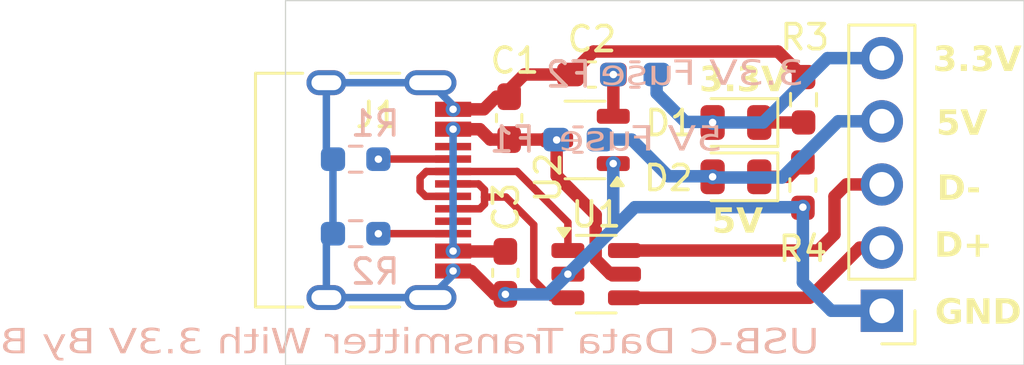
<source format=kicad_pcb>
(kicad_pcb (version 20240108) (generator "pcbnew") (generator_version "8.0")
  (layers (0 "F.Cu" signal) (31 "B.Cu" signal) (34 "B.Paste" user) (35 "F.Paste" user) (36 "B.SilkS" user "B.Silkscreen") (37 "F.SilkS" user "F.Silkscreen") (38 "B.Mask" user) (39 "F.Mask" user) (44 "Edge.Cuts" user))
  (net 0 "")
  (net 1 "GND")
  (net 2 "+5V")
  (net 3 "+3.3V")
  (net 4 "Net-(D1-K)")
  (net 5 "Net-(D2-K)")
  (net 6 "Net-(J1-D+-PadA6)")
  (net 7 "Net-(J1-CC1)")
  (net 9 "Net-(J1-D--PadA7)")
  (net 10 "Net-(J1-CC2)")
  (net 12 "D-")
  (net 13 "D+")
  (net 14 "Net-(D1-A)")
  (net 15 "Net-(D2-A)")
  (footprint "Capacitor_SMD:C_0603_1608Metric_Pad1.08x0.95mm_HandSolder" (layer "F.Cu") (at 43.815 48.26 90)
    (property "Reference" "C1" (at 2.3114 0.2286 0) (layer "F.SilkS"))
    (property "Value" "1uF" (hide yes))
    (fp_line (start -0.146267 -0.51) (end 0.146267 -0.51) (stroke (width 0.12)) (layer "F.SilkS"))
    (fp_line (start -0.146267 0.51) (end 0.146267 0.51) (stroke (width 0.12)) (layer "F.SilkS"))
    (pad "1" smd roundrect (at -0.8625 0 90) (size 1.075 0.95) (layers "F.Cu" "F.Paste" "F.Mask") (net 2 "+5V"))
    (pad "2" smd roundrect (at 0.8625 0 90) (size 1.075 0.95) (layers "F.Cu" "F.Paste" "F.Mask") (net 1 "GND"))
  )
  (footprint "Resistor_SMD:R_0603_1608Metric_Pad0.98x0.95mm_HandSolder" (layer "F.Cu") (at 55.6514 47.5215 90)
    (property "Reference" "R3" (at 2.5127 0.0508 180) (layer "F.SilkS"))
    (property "Value" "200" (hide yes))
    (fp_line (start -0.254724 -0.5225) (end 0.254724 -0.5225) (stroke (width 0.12)) (layer "F.SilkS"))
    (fp_line (start -0.254724 0.5225) (end 0.254724 0.5225) (stroke (width 0.12)) (layer "F.SilkS"))
    (pad "1" smd roundrect (at -0.9125 0 90) (size 0.975 0.95) (layers "F.Cu" "F.Paste" "F.Mask") (net 4 "Net-(D1-K)"))
    (pad "2" smd roundrect (at 0.9125 0 90) (size 0.975 0.95) (layers "F.Cu" "F.Paste" "F.Mask") (net 1 "GND"))
  )
  (footprint "Connector_PinHeader_2.54mm:PinHeader_1x05_P2.54mm_Vertical" (layer "F.Cu") (at 58.801 56.007 180)
    (property "Reference" "J2" (hide yes))
    (property "Value" "Conn_01x05" (hide yes))
    (fp_line (start 1.33 1.27) (end 1.33 11.49) (stroke (width 0.12)) (layer "F.SilkS"))
    (fp_line (start -1.33 11.49) (end 1.33 11.49) (stroke (width 0.12)) (layer "F.SilkS"))
    (fp_line (start -1.33 1.27) (end 1.33 1.27) (stroke (width 0.12)) (layer "F.SilkS"))
    (fp_line (start -1.33 1.27) (end -1.33 11.49) (stroke (width 0.12)) (layer "F.SilkS"))
    (fp_line (start -1.33 0) (end -1.33 -1.33) (stroke (width 0.12)) (layer "F.SilkS"))
    (fp_line (start -1.33 -1.33) (end 0 -1.33) (stroke (width 0.12)) (layer "F.SilkS"))
    (pad "1" thru_hole rect (at 0 0 180) (size 1.7 1.7) (drill 1) (layers "*.Cu" "*.Mask") (net 1 "GND"))
    (pad "2" thru_hole oval (at 0 2.54 180) (size 1.7 1.7) (drill 1) (layers "*.Cu" "*.Mask") (net 13 "D+"))
    (pad "3" thru_hole oval (at 0 5.08 180) (size 1.7 1.7) (drill 1) (layers "*.Cu" "*.Mask") (net 12 "D-"))
    (pad "4" thru_hole oval (at 0 7.62 180) (size 1.7 1.7) (drill 1) (layers "*.Cu" "*.Mask") (net 15 "Net-(D2-A)"))
    (pad "5" thru_hole oval (at 0 10.16 180) (size 1.7 1.7) (drill 1) (layers "*.Cu" "*.Mask") (net 14 "Net-(D1-A)"))
  )
  (footprint "Package_TO_SOT_SMD:SOT-23-3" (layer "F.Cu") (at 46.863 49.1377 180)
    (property "Reference" "U2" (at 1.4787 -1.5138 -90) (layer "F.SilkS"))
    (property "Value" "XC6206" (hide yes))
    (fp_line (start 0 1.56) (end 0.8 1.56) (stroke (width 0.12)) (layer "F.SilkS"))
    (fp_line (start 0 1.56) (end -0.8 1.56) (stroke (width 0.12)) (layer "F.SilkS"))
    (fp_line (start 0 -1.56) (end 0.8 -1.56) (stroke (width 0.12)) (layer "F.SilkS"))
    (fp_line (start 0 -1.56) (end -0.8 -1.56) (stroke (width 0.12)) (layer "F.SilkS"))
    (fp_poly (pts (xy -1.3 -1.51) (xy -1.54 -1.84) (xy -1.06 -1.84) (xy -1.3 -1.51)) (stroke (width 0.12)) (fill solid) (layer "F.SilkS"))
    (pad "1" smd roundrect (at -1.1375 -0.95 180) (size 1.325 0.6) (layers "F.Cu" "F.Paste" "F.Mask") (net 1 "GND"))
    (pad "2" smd roundrect (at -1.1375 0.95 180) (size 1.325 0.6) (layers "F.Cu" "F.Paste" "F.Mask") (net 3 "+3.3V"))
    (pad "3" smd roundrect (at 1.1375 0 180) (size 1.325 0.6) (layers "F.Cu" "F.Paste" "F.Mask") (net 2 "+5V"))
  )
  (footprint "Package_TO_SOT_SMD:SOT-23-6" (layer "F.Cu") (at 47.3147 54.5338)
    (property "Reference" "U1" (at 0 -2.4 0) (layer "F.SilkS"))
    (property "Value" "USBLC6-2SC6" (hide yes))
    (fp_line (start 0 -1.56) (end -0.8 -1.56) (stroke (width 0.12)) (layer "F.SilkS"))
    (fp_line (start 0 -1.56) (end 0.8 -1.56) (stroke (width 0.12)) (layer "F.SilkS"))
    (fp_line (start 0 1.56) (end -0.8 1.56) (stroke (width 0.12)) (layer "F.SilkS"))
    (fp_line (start 0 1.56) (end 0.8 1.56) (stroke (width 0.12)) (layer "F.SilkS"))
    (fp_poly (pts (xy -1.3 -1.51) (xy -1.54 -1.84) (xy -1.06 -1.84) (xy -1.3 -1.51)) (stroke (width 0.12)) (fill solid) (layer "F.SilkS"))
    (pad "1" smd roundrect (at -1.1375 -0.95) (size 1.325 0.6) (layers "F.Cu" "F.Paste" "F.Mask") (net 9 "Net-(J1-D--PadA7)"))
    (pad "2" smd roundrect (at -1.1375 0) (size 1.325 0.6) (layers "F.Cu" "F.Paste" "F.Mask") (net 1 "GND"))
    (pad "3" smd roundrect (at -1.1375 0.95) (size 1.325 0.6) (layers "F.Cu" "F.Paste" "F.Mask") (net 6 "Net-(J1-D+-PadA6)"))
    (pad "4" smd roundrect (at 1.1375 0.95) (size 1.325 0.6) (layers "F.Cu" "F.Paste" "F.Mask") (net 13 "D+"))
    (pad "5" smd roundrect (at 1.1375 0) (size 1.325 0.6) (layers "F.Cu" "F.Paste" "F.Mask") (net 2 "+5V"))
    (pad "6" smd roundrect (at 1.1375 -0.95) (size 1.325 0.6) (layers "F.Cu" "F.Paste" "F.Mask") (net 12 "D-"))
  )
  (footprint "LED_SMD:LED_0805_2012Metric" (layer "F.Cu") (at 52.9336 50.6203 180)
    (property "Reference" "D2" (at 2.7178 -0.0508 0) (layer "F.SilkS"))
    (property "Value" "LED" (hide yes))
    (fp_line (start 1 -0.96) (end -1.685 -0.96) (stroke (width 0.12)) (layer "F.SilkS"))
    (fp_line (start -1.685 0.96) (end 1 0.96) (stroke (width 0.12)) (layer "F.SilkS"))
    (fp_line (start -1.685 -0.96) (end -1.685 0.96) (stroke (width 0.12)) (layer "F.SilkS"))
    (pad "1" smd roundrect (at -0.9375 0 180) (size 0.975 1.4) (layers "F.Cu" "F.Paste" "F.Mask") (net 5 "Net-(D2-K)"))
    (pad "2" smd roundrect (at 0.9375 0 180) (size 0.975 1.4) (layers "F.Cu" "F.Paste" "F.Mask") (net 15 "Net-(D2-A)"))
  )
  (footprint "LED_SMD:LED_0805_2012Metric" (layer "F.Cu") (at 52.9336 48.4359 180)
    (property "Reference" "D1" (at 2.667 -0.0254 0) (layer "F.SilkS"))
    (property "Value" "LED" (hide yes))
    (fp_line (start 1 -0.96) (end -1.685 -0.96) (stroke (width 0.12)) (layer "F.SilkS"))
    (fp_line (start -1.685 0.96) (end 1 0.96) (stroke (width 0.12)) (layer "F.SilkS"))
    (fp_line (start -1.685 -0.96) (end -1.685 0.96) (stroke (width 0.12)) (layer "F.SilkS"))
    (pad "1" smd roundrect (at -0.9375 0 180) (size 0.975 1.4) (layers "F.Cu" "F.Paste" "F.Mask") (net 4 "Net-(D1-K)"))
    (pad "2" smd roundrect (at 0.9375 0 180) (size 0.975 1.4) (layers "F.Cu" "F.Paste" "F.Mask") (net 14 "Net-(D1-A)"))
  )
  (footprint "Capacitor_SMD:C_0603_1608Metric_Pad1.08x0.95mm_HandSolder" (layer "F.Cu") (at 43.6626 54.483 -90)
    (property "Reference" "C3" (at -2.6416 -0.0254 90) (layer "F.SilkS"))
    (property "Value" "22uF" (hide yes))
    (fp_line (start -0.146267 0.51) (end 0.146267 0.51) (stroke (width 0.12)) (layer "F.SilkS"))
    (fp_line (start -0.146267 -0.51) (end 0.146267 -0.51) (stroke (width 0.12)) (layer "F.SilkS"))
    (pad "1" smd roundrect (at -0.8625 0 270) (size 1.075 0.95) (layers "F.Cu" "F.Paste" "F.Mask") (net 2 "+5V"))
    (pad "2" smd roundrect (at 0.8625 0 270) (size 1.075 0.95) (layers "F.Cu" "F.Paste" "F.Mask") (net 1 "GND"))
  )
  (footprint "Resistor_SMD:R_0603_1608Metric_Pad0.98x0.95mm_HandSolder" (layer "F.Cu") (at 55.626 50.9524 -90)
    (property "Reference" "R4" (at 2.5654 0 180) (layer "F.SilkS"))
    (property "Value" "250" (hide yes))
    (fp_line (start -0.254724 0.5225) (end 0.254724 0.5225) (stroke (width 0.12)) (layer "F.SilkS"))
    (fp_line (start -0.254724 -0.5225) (end 0.254724 -0.5225) (stroke (width 0.12)) (layer "F.SilkS"))
    (pad "1" smd roundrect (at -0.9125 0 270) (size 0.975 0.95) (layers "F.Cu" "F.Paste" "F.Mask") (net 5 "Net-(D2-K)"))
    (pad "2" smd roundrect (at 0.9125 0 270) (size 0.975 0.95) (layers "F.Cu" "F.Paste" "F.Mask") (net 1 "GND"))
  )
  (footprint "Connector_USB:USB_C_Receptacle_HRO_TYPE-C-31-M-12" (layer "F.Cu") (at 37.5158 51.1556 -90)
    (property "Reference" "J1" (at -3.0226 -0.9906 180) (layer "F.SilkS"))
    (property "Value" "USB_C_Receptacle_USB2.0_16P" (hide yes))
    (fp_line (start -4.7 3.9) (end 4.7 3.9) (stroke (width 0.12)) (layer "F.SilkS"))
    (fp_line (start -4.7 2) (end -4.7 3.9) (stroke (width 0.12)) (layer "F.SilkS"))
    (fp_line (start 4.7 2) (end 4.7 3.9) (stroke (width 0.12)) (layer "F.SilkS"))
    (fp_line (start -4.7 -1.9) (end -4.7 0.1) (stroke (width 0.12)) (layer "F.SilkS"))
    (fp_line (start 4.7 -1.9) (end 4.7 0.1) (stroke (width 0.12)) (layer "F.SilkS"))
    (pad "" np_thru_hole circle (at -2.89 -2.6 270) (size 0.65 0.65) (drill 0.65) (layers "*.Cu" "*.Mask"))
    (pad "" np_thru_hole circle (at 2.89 -2.6 270) (size 0.65 0.65) (drill 0.65) (layers "*.Cu" "*.Mask"))
    (pad "A1" smd rect (at -3.25 -4.045 270) (size 0.6 1.45) (layers "F.Cu" "F.Paste" "F.Mask") (net 1 "GND"))
    (pad "A4" smd rect (at -2.45 -4.045 270) (size 0.6 1.45) (layers "F.Cu" "F.Paste" "F.Mask") (net 2 "+5V"))
    (pad "A5" smd rect (at -1.25 -4.045 270) (size 0.3 1.45) (layers "F.Cu" "F.Paste" "F.Mask") (net 7 "Net-(J1-CC1)"))
    (pad "A6" smd rect (at -0.25 -4.045 270) (size 0.3 1.45) (layers "F.Cu" "F.Paste" "F.Mask") (net 6 "Net-(J1-D+-PadA6)"))
    (pad "A7" smd rect (at 0.25 -4.045 270) (size 0.3 1.45) (layers "F.Cu" "F.Paste" "F.Mask") (net 9 "Net-(J1-D--PadA7)"))
    (pad "A8" smd rect (at 1.25 -4.045 270) (size 0.3 1.45) (layers "F.Cu" "F.Paste" "F.Mask"))
    (pad "A9" smd rect (at 2.45 -4.045 270) (size 0.6 1.45) (layers "F.Cu" "F.Paste" "F.Mask") (net 2 "+5V"))
    (pad "A12" smd rect (at 3.25 -4.045 270) (size 0.6 1.45) (layers "F.Cu" "F.Paste" "F.Mask") (net 1 "GND"))
    (pad "B1" smd rect (at 3.25 -4.045 270) (size 0.6 1.45) (layers "F.Cu" "F.Paste" "F.Mask") (net 1 "GND"))
    (pad "B4" smd rect (at 2.45 -4.045 270) (size 0.6 1.45) (layers "F.Cu" "F.Paste" "F.Mask") (net 2 "+5V"))
    (pad "B5" smd rect (at 1.75 -4.045 270) (size 0.3 1.45) (layers "F.Cu" "F.Paste" "F.Mask") (net 10 "Net-(J1-CC2)"))
    (pad "B6" smd rect (at 0.75 -4.045 270) (size 0.3 1.45) (layers "F.Cu" "F.Paste" "F.Mask") (net 6 "Net-(J1-D+-PadA6)"))
    (pad "B7" smd rect (at -0.75 -4.045 270) (size 0.3 1.45) (layers "F.Cu" "F.Paste" "F.Mask") (net 9 "Net-(J1-D--PadA7)"))
    (pad "B8" smd rect (at -1.75 -4.045 270) (size 0.3 1.45) (layers "F.Cu" "F.Paste" "F.Mask"))
    (pad "B9" smd rect (at -2.45 -4.045 270) (size 0.6 1.45) (layers "F.Cu" "F.Paste" "F.Mask") (net 2 "+5V"))
    (pad "B12" smd rect (at -3.25 -4.045 270) (size 0.6 1.45) (layers "F.Cu" "F.Paste" "F.Mask") (net 1 "GND"))
    (pad "S1" thru_hole oval (at -4.32 -3.13 270) (size 1 2.1) (drill oval 0.6 1.7) (property pad_prop_heatsink) (layers "*.Cu" "*.Mask") (net 1 "GND"))
    (pad "S1" thru_hole oval (at -4.32 1.05 270) (size 1 1.6) (drill oval 0.6 1.2) (property pad_prop_heatsink) (layers "*.Cu" "*.Mask") (net 1 "GND"))
    (pad "S1" thru_hole oval (at 4.32 -3.13 270) (size 1 2.1) (drill oval 0.6 1.7) (property pad_prop_heatsink) (layers "*.Cu" "*.Mask") (net 1 "GND"))
    (pad "S1" thru_hole oval (at 4.32 1.05 270) (size 1 1.6) (drill oval 0.6 1.2) (property pad_prop_heatsink) (layers "*.Cu" "*.Mask") (net 1 "GND"))
  )
  (footprint "Capacitor_SMD:C_0603_1608Metric_Pad1.08x0.95mm_HandSolder" (layer "F.Cu") (at 47.1424 46.5074 180)
    (property "Reference" "C2" (at 0 1.4224 0) (layer "F.SilkS"))
    (property "Value" "1uF" (hide yes))
    (fp_line (start -0.146267 0.51) (end 0.146267 0.51) (stroke (width 0.12)) (layer "F.SilkS"))
    (fp_line (start -0.146267 -0.51) (end 0.146267 -0.51) (stroke (width 0.12)) (layer "F.SilkS"))
    (pad "1" smd roundrect (at -0.8625 0 180) (size 1.075 0.95) (layers "F.Cu" "F.Paste" "F.Mask") (net 3 "+3.3V"))
    (pad "2" smd roundrect (at 0.8625 0 180) (size 1.075 0.95) (layers "F.Cu" "F.Paste" "F.Mask") (net 1 "GND"))
  )
  (footprint "Resistor_SMD:R_0603_1608Metric_Pad0.98x0.95mm_HandSolder" (layer "B.Cu") (at 37.6428 52.9082 180)
    (property "Reference" "R2" (at -0.7874 -1.524 0) (layer "B.SilkS") (effects (justify mirror)))
    (property "Value" "5k1" (hide yes))
    (fp_line (start 0.254724 0.5225) (end -0.254724 0.5225) (stroke (width 0.12)) (layer "B.SilkS"))
    (fp_line (start 0.254724 -0.5225) (end -0.254724 -0.5225) (stroke (width 0.12)) (layer "B.SilkS"))
    (pad "1" smd roundrect (at -0.9125 0 180) (size 0.975 0.95) (layers "B.Cu" "B.Paste" "B.Mask") (net 10 "Net-(J1-CC2)"))
    (pad "2" smd roundrect (at 0.9125 0 180) (size 0.975 0.95) (layers "B.Cu" "B.Paste" "B.Mask") (net 1 "GND"))
  )
  (footprint "Fuse:Fuse_0603_1608Metric_Pad1.05x0.95mm_HandSolder" (layer "B.Cu") (at 46.5836 49.1236 180)
    (property "Reference" "F1" (at 2.6416 0 0) (layer "B.SilkS") (effects (justify mirror)))
    (property "Value" "Fuse" (hide yes))
    (fp_line (start 0.171267 0.51) (end -0.171267 0.51) (stroke (width 0.12)) (layer "B.SilkS"))
    (fp_line (start 0.171267 -0.51) (end -0.171267 -0.51) (stroke (width 0.12)) (layer "B.SilkS"))
    (pad "1" smd roundrect (at -0.875 0 180) (size 1.05 0.95) (layers "B.Cu" "B.Paste" "B.Mask") (net 15 "Net-(D2-A)"))
    (pad "2" smd roundrect (at 0.875 0 180) (size 1.05 0.95) (layers "B.Cu" "B.Paste" "B.Mask") (net 2 "+5V"))
  )
  (footprint "Fuse:Fuse_0603_1608Metric_Pad1.05x0.95mm_HandSolder" (layer "B.Cu") (at 48.8696 46.5074 180)
    (property "Reference" "F2" (at 2.667 0 0) (layer "B.SilkS") (effects (justify mirror)))
    (property "Value" "Fuse" (hide yes))
    (fp_line (start 0.171267 0.51) (end -0.171267 0.51) (stroke (width 0.12)) (layer "B.SilkS"))
    (fp_line (start 0.171267 -0.51) (end -0.171267 -0.51) (stroke (width 0.12)) (layer "B.SilkS"))
    (pad "1" smd roundrect (at -0.875 0 180) (size 1.05 0.95) (layers "B.Cu" "B.Paste" "B.Mask") (net 14 "Net-(D1-A)"))
    (pad "2" smd roundrect (at 0.875 0 180) (size 1.05 0.95) (layers "B.Cu" "B.Paste" "B.Mask") (net 3 "+3.3V"))
  )
  (footprint "Resistor_SMD:R_0603_1608Metric_Pad0.98x0.95mm_HandSolder" (layer "B.Cu") (at 37.6447 49.911 180)
    (property "Reference" "R1" (at -0.7874 1.43 0) (layer "B.SilkS") (effects (justify mirror)))
    (property "Value" "5k1" (hide yes))
    (fp_line (start 0.254724 0.5225) (end -0.254724 0.5225) (stroke (width 0.12)) (layer "B.SilkS"))
    (fp_line (start 0.254724 -0.5225) (end -0.254724 -0.5225) (stroke (width 0.12)) (layer "B.SilkS"))
    (pad "1" smd roundrect (at -0.9125 0 180) (size 0.975 0.95) (layers "B.Cu" "B.Paste" "B.Mask") (net 7 "Net-(J1-CC1)"))
    (pad "2" smd roundrect (at 0.9125 0 180) (size 0.975 0.95) (layers "B.Cu" "B.Paste" "B.Mask") (net 1 "GND"))
  )
  (gr_rect (start 34.8234 43.5356) (end 64.516 58.1914) (stroke (width 0.05)) (fill none) (layer "Edge.Cuts"))
  (gr_text "3.3V Fuse" (at 55.6768 47.0916 0) (layer "B.SilkS") (effects (font (size 1 1.2) (thickness 0.1)) (justify left bottom mirror)))
  (gr_text "5V Fuse" (at 52.4002 49.7332 0) (layer "B.SilkS") (effects (font (size 1 1.2) (thickness 0.1)) (justify left bottom mirror)))
  (gr_text "USB-C Data Transmitter With 3.3V By B" (at 56.2864 57.8866 0) (layer "B.SilkS") (effects (font (size 1 1.2) (thickness 0.1)) (justify left bottom mirror)))
  (gr_text "D-" (at 61.0108 51.7144 0) (layer "F.SilkS") (effects (font (size 1 1) (thickness 0.25) (bold yes)) (justify left bottom)))
  (gr_text "3.3V" (at 51.4604 47.3456 0) (layer "F.SilkS") (effects (font (size 1 1) (thickness 0.25) (bold yes)) (justify left bottom)))
  (gr_text "3.3V" (at 60.8584 46.5328 0) (layer "F.SilkS") (effects (font (size 1 1) (thickness 0.25) (bold yes)) (justify left bottom)))
  (gr_text "5V" (at 60.9854 49.0982 0) (layer "F.SilkS") (effects (font (size 1 1) (thickness 0.25) (bold yes)) (justify left bottom)))
  (gr_text "5V" (at 51.9684 53.0352 0) (layer "F.SilkS") (effects (font (size 1 1) (thickness 0.25) (bold yes)) (justify left bottom)))
  (gr_text "D+" (at 60.9092 54.0004 0) (layer "F.SilkS") (effects (font (size 1 1) (thickness 0.25) (bold yes)) (justify left bottom)))
  (gr_text "GND" (at 60.9346 56.6928 0) (layer "F.SilkS") (effects (font (size 1 1) (thickness 0.25) (bold yes)) (justify left bottom)))
  (segment (start 43.815 47.3975) (end 43.815 47.117) (width 0.5) (layer "F.Cu") (net 1))
  (segment (start 43.815 47.117) (end 44.4246 46.5074) (width 0.5) (layer "F.Cu") (net 1))
  (segment (start 43.815 47.3975) (end 43.3059 47.3975) (width 0.5) (layer "F.Cu") (net 1))
  (segment (start 42.2898 54.4056) (end 41.5608 54.4056) (width 0.5) (layer "F.Cu") (net 1))
  (segment (start 44.4246 46.5074) (end 46.2799 46.5074) (width 0.5) (layer "F.Cu") (net 1))
  (segment (start 43.6626 55.3455) (end 43.2297 55.3455) (width 0.5) (layer "F.Cu") (net 1))
  (segment (start 43.3059 47.3975) (end 42.7978 47.9056) (width 0.5) (layer "F.Cu") (net 1))
  (segment (start 54.6248 45.5824) (end 47.2049 45.5824) (width 0.5) (layer "F.Cu") (net 1))
  (segment (start 42.7978 47.9056) (end 41.5608 47.9056) (width 0.5) (layer "F.Cu") (net 1))
  (segment (start 55.6514 46.609) (end 54.6248 45.5824) (width 0.5) (layer "F.Cu") (net 1))
  (segment (start 43.2297 55.3455) (end 42.2898 54.4056) (width 0.5) (layer "F.Cu") (net 1))
  (segment (start 55.626 51.8649) (end 55.626 51.8414) (width 0.5) (layer "F.Cu") (net 1))
  (segment (start 47.2049 45.5824) (end 46.2799 46.5074) (width 0.5) (layer "F.Cu") (net 1))
  (via (at 43.6626 55.3455) (size 0.6) (drill 0.3) (layers "F.Cu" "B.Cu") (net 1))
  (via (at 48.0005 50.0877) (size 0.6) (drill 0.3) (layers "F.Cu" "B.Cu") (net 1))
  (via (at 41.5608 47.9056) (size 0.6) (drill 0.3) (layers "F.Cu" "B.Cu") (net 1))
  (via (at 41.5608 54.4056) (size 0.6) (drill 0.3) (layers "F.Cu" "B.Cu") (net 1))
  (via (at 55.626 51.8414) (size 0.6) (drill 0.3) (layers "F.Cu" "B.Cu") (net 1))
  (via (at 46.1772 54.5338) (size 0.6) (drill 0.3) (layers "F.Cu" "B.Cu") (net 1))
  (segment (start 36.4658 49.6446) (end 36.7322 49.911) (width 0.3) (layer "B.Cu") (net 1))
  (segment (start 45.3655 55.3455) (end 46.1772 54.5338) (width 0.5) (layer "B.Cu") (net 1))
  (segment (start 48.0005 52.7105) (end 48.0005 50.0877) (width 0.5) (layer "B.Cu") (net 1))
  (segment (start 55.626 51.8414) (end 55.626 54.864) (width 0.5) (layer "B.Cu") (net 1))
  (segment (start 43.6626 55.3455) (end 45.3655 55.3455) (width 0.5) (layer "B.Cu") (net 1))
  (segment (start 55.626 51.8414) (end 48.8696 51.8414) (width 0.5) (layer "B.Cu") (net 1))
  (segment (start 36.7303 49.9129) (end 36.7322 49.911) (width 0.3) (layer "B.Cu") (net 1))
  (segment (start 36.4658 53.1727) (end 36.7303 52.9082) (width 0.3) (layer "B.Cu") (net 1))
  (segment (start 40.6458 55.4756) (end 41.5608 54.5606) (width 0.3) (layer "B.Cu") (net 1))
  (segment (start 48.8696 51.8414) (end 48.0005 52.7105) (width 0.5) (layer "B.Cu") (net 1))
  (segment (start 36.4658 55.4756) (end 36.4658 53.1727) (width 0.3) (layer "B.Cu") (net 1))
  (segment (start 56.769 56.007) (end 58.801 56.007) (width 0.5) (layer "B.Cu") (net 1))
  (segment (start 40.6458 46.8356) (end 41.5608 47.7506) (width 0.3) (layer "B.Cu") (net 1))
  (segment (start 46.1772 54.5338) (end 48.0005 52.7105) (width 0.5) (layer "B.Cu") (net 1))
  (segment (start 41.5608 54.5606) (end 41.5608 54.4056) (width 0.3) (layer "B.Cu") (net 1))
  (segment (start 36.4658 46.8356) (end 40.6458 46.8356) (width 0.3) (layer "B.Cu") (net 1))
  (segment (start 36.4658 46.8356) (end 36.4658 49.6446) (width 0.3) (layer "B.Cu") (net 1))
  (segment (start 41.5608 47.7506) (end 41.5608 47.9056) (width 0.3) (layer "B.Cu") (net 1))
  (segment (start 36.4658 55.4756) (end 40.6458 55.4756) (width 0.3) (layer "B.Cu") (net 1))
  (segment (start 55.626 54.864) (end 56.769 56.007) (width 0.5) (layer "B.Cu") (net 1))
  (segment (start 36.7303 52.9082) (end 36.7303 49.9129) (width 0.3) (layer "B.Cu") (net 1))
  (segment (start 41.5757 53.6205) (end 41.5608 53.6056) (width 0.5) (layer "F.Cu") (net 2))
  (segment (start 47.887016 54.5338) (end 47.2948 53.941584) (width 0.5) (layer "F.Cu") (net 2))
  (segment (start 47.2948 52.1462) (end 45.7255 50.5769) (width 0.5) (layer "F.Cu") (net 2))
  (segment (start 42.635 48.7056) (end 41.5608 48.7056) (width 0.5) (layer "F.Cu") (net 2))
  (segment (start 43.0519 49.1225) (end 42.635 48.7056) (width 0.5) (layer "F.Cu") (net 2))
  (segment (start 43.815 49.1225) (end 43.0519 49.1225) (width 0.5) (layer "F.Cu") (net 2))
  (segment (start 43.815 49.1225) (end 45.7103 49.1225) (width 0.5) (layer "F.Cu") (net 2))
  (segment (start 45.7103 49.1225) (end 45.7255 49.1377) (width 0.5) (layer "F.Cu") (net 2))
  (segment (start 48.4522 54.5338) (end 47.887016 54.5338) (width 0.5) (layer "F.Cu") (net 2))
  (segment (start 43.6626 53.6205) (end 41.5757 53.6205) (width 0.5) (layer "F.Cu") (net 2))
  (segment (start 45.7255 50.5769) (end 45.7255 49.1377) (width 0.5) (layer "F.Cu") (net 2))
  (segment (start 47.2948 53.941584) (end 47.2948 52.1462) (width 0.5) (layer "F.Cu") (net 2))
  (via (at 45.7255 49.1377) (size 0.6) (drill 0.3) (layers "F.Cu" "B.Cu") (net 2))
  (via (at 41.5608 48.7056) (size 0.6) (drill 0.3) (layers "F.Cu" "B.Cu") (net 2))
  (via (at 41.5608 53.6056) (size 0.6) (drill 0.3) (layers "F.Cu" "B.Cu") (net 2))
  (segment (start 45.7114 49.1236) (end 45.7255 49.1377) (width 0.3) (layer "B.Cu") (net 2))
  (segment (start 45.6832 49.1236) (end 45.7114 49.1236) (width 0.3) (layer "B.Cu") (net 2))
  (segment (start 41.5608 48.7056) (end 41.5608 53.6056) (width 0.3) (layer "B.Cu") (net 2))
  (segment (start 48.0049 46.5074) (end 48.0049 48.1833) (width 0.5) (layer "F.Cu") (net 3))
  (segment (start 48.0049 48.1833) (end 48.0005 48.1877) (width 0.5) (layer "F.Cu") (net 3))
  (via (at 48.0049 46.5074) (size 0.6) (drill 0.3) (layers "F.Cu" "B.Cu") (net 3))
  (segment (start 48.0086 46.5074) (end 48.0049 46.5074) (width 0.3) (layer "B.Cu") (net 3))
  (segment (start 53.8711 48.4359) (end 55.6495 48.4359) (width 0.5) (layer "F.Cu") (net 4))
  (segment (start 55.6495 48.4359) (end 55.6514 48.434) (width 0.5) (layer "F.Cu") (net 4))
  (segment (start 55.0456 50.6203) (end 55.626 50.0399) (width 0.5) (layer "F.Cu") (net 5))
  (segment (start 53.8711 50.6203) (end 55.0456 50.6203) (width 0.5) (layer "F.Cu") (net 5))
  (segment (start 43.688 51.435) (end 42.8244 51.435) (width 0.3) (layer "F.Cu") (net 6))
  (segment (start 41.5608 50.9056) (end 42.5858 50.9056) (width 0.3) (layer "F.Cu") (net 6))
  (segment (start 44.8056 54.774699) (end 44.8056 52.5526) (width 0.3) (layer "F.Cu") (net 6))
  (segment (start 42.5858 50.9056) (end 42.8244 51.1442) (width 0.3) (layer "F.Cu") (net 6))
  (segment (start 45.514701 55.4838) (end 44.8056 54.774699) (width 0.3) (layer "F.Cu") (net 6))
  (segment (start 46.1772 55.4838) (end 45.514701 55.4838) (width 0.3) (layer "F.Cu") (net 6))
  (segment (start 42.8244 51.717) (end 42.6358 51.9056) (width 0.3) (layer "F.Cu") (net 6))
  (segment (start 42.8244 51.435) (end 42.8244 51.717) (width 0.3) (layer "F.Cu") (net 6))
  (segment (start 42.8244 51.1442) (end 42.8244 51.435) (width 0.3) (layer "F.Cu") (net 6))
  (segment (start 44.8056 52.5526) (end 43.688 51.435) (width 0.3) (layer "F.Cu") (net 6))
  (segment (start 42.6358 51.9056) (end 41.5608 51.9056) (width 0.3) (layer "F.Cu") (net 6))
  (segment (start 38.5626 49.9056) (end 38.5572 49.911) (width 0.3) (layer "F.Cu") (net 7))
  (segment (start 41.5608 49.9056) (end 38.5626 49.9056) (width 0.3) (layer "F.Cu") (net 7))
  (via (at 38.5572 49.911) (size 0.6) (drill 0.3) (layers "F.Cu" "B.Cu") (net 7))
  (segment (start 46.1772 52.451) (end 46.1772 53.5838) (width 0.3) (layer "F.Cu") (net 9))
  (segment (start 40.4858 50.4056) (end 40.2336 50.6578) (width 0.3) (layer "F.Cu") (net 9))
  (segment (start 40.4582 51.4056) (end 41.5608 51.4056) (width 0.3) (layer "F.Cu") (net 9))
  (segment (start 40.2336 50.6578) (end 40.2336 51.181) (width 0.3) (layer "F.Cu") (net 9))
  (segment (start 44.1318 50.4056) (end 46.1772 52.451) (width 0.3) (layer "F.Cu") (net 9))
  (segment (start 40.2336 51.181) (end 40.4582 51.4056) (width 0.3) (layer "F.Cu") (net 9))
  (segment (start 41.5608 50.4056) (end 40.4858 50.4056) (width 0.3) (layer "F.Cu") (net 9))
  (segment (start 41.5608 50.4056) (end 44.1318 50.4056) (width 0.3) (layer "F.Cu") (net 9))
  (segment (start 41.5608 52.9056) (end 38.5579 52.9056) (width 0.3) (layer "F.Cu") (net 10))
  (segment (start 38.5579 52.9056) (end 38.5553 52.9082) (width 0.3) (layer "F.Cu") (net 10))
  (via (at 38.5553 52.9082) (size 0.6) (drill 0.3) (layers "F.Cu" "B.Cu") (net 10))
  (segment (start 56.896 52.9336) (end 56.896 51.4096) (width 0.5) (layer "F.Cu") (net 12))
  (segment (start 48.4522 53.5838) (end 56.2458 53.5838) (width 0.5) (layer "F.Cu") (net 12))
  (segment (start 57.3786 50.927) (end 58.801 50.927) (width 0.5) (layer "F.Cu") (net 12))
  (segment (start 56.896 51.4096) (end 57.3786 50.927) (width 0.5) (layer "F.Cu") (net 12))
  (segment (start 56.2458 53.5838) (end 56.896 52.9336) (width 0.5) (layer "F.Cu") (net 12))
  (segment (start 55.8952 55.4838) (end 57.912 53.467) (width 0.5) (layer "F.Cu") (net 13))
  (segment (start 48.4522 55.4838) (end 55.8952 55.4838) (width 0.5) (layer "F.Cu") (net 13))
  (segment (start 57.912 53.467) (end 58.801 53.467) (width 0.5) (layer "F.Cu") (net 13))
  (via (at 51.9961 48.4359) (size 0.6) (drill 0.3) (layers "F.Cu" "B.Cu") (net 14))
  (segment (start 50.9016 48.4124) (end 51.9726 48.4124) (width 0.5) (layer "B.Cu") (net 14))
  (segment (start 51.9961 48.4359) (end 54.0277 48.4359) (width 0.5) (layer "B.Cu") (net 14))
  (segment (start 56.6166 45.847) (end 58.801 45.847) (width 0.5) (layer "B.Cu") (net 14))
  (segment (start 49.7446 47.2554) (end 50.9016 48.4124) (width 0.5) (layer "B.Cu") (net 14))
  (segment (start 49.7446 46.5074) (end 49.7446 47.2554) (width 0.5) (layer "B.Cu") (net 14))
  (segment (start 54.0277 48.4359) (end 56.6166 45.847) (width 0.5) (layer "B.Cu") (net 14))
  (segment (start 51.9726 48.4124) (end 51.9961 48.4359) (width 0.5) (layer "B.Cu") (net 14))
  (via (at 51.9961 50.6203) (size 0.6) (drill 0.3) (layers "F.Cu" "B.Cu") (net 15))
  (segment (start 52.0234 50.6476) (end 54.7878 50.6476) (width 0.5) (layer "B.Cu") (net 15))
  (segment (start 48.7426 49.1236) (end 50.2158 50.5968) (width 0.5) (layer "B.Cu") (net 15))
  (segment (start 51.9961 50.6203) (end 52.0234 50.6476) (width 0.5) (layer "B.Cu") (net 15))
  (segment (start 47.4586 49.1236) (end 48.7426 49.1236) (width 0.5) (layer "B.Cu") (net 15))
  (segment (start 58.1641 48.4359) (end 58.166 48.4378) (width 0.5) (layer "B.Cu") (net 15))
  (segment (start 54.7878 50.6476) (end 57.0484 48.387) (width 0.5) (layer "B.Cu") (net 15))
  (segment (start 50.2158 50.5968) (end 51.9726 50.5968) (width 0.5) (layer "B.Cu") (net 15))
  (segment (start 51.9726 50.5968) (end 51.9961 50.6203) (width 0.5) (layer "B.Cu") (net 15))
  (segment (start 57.0484 48.387) (end 58.801 48.387) (width 0.5) (layer "B.Cu") (net 15))
)
</source>
